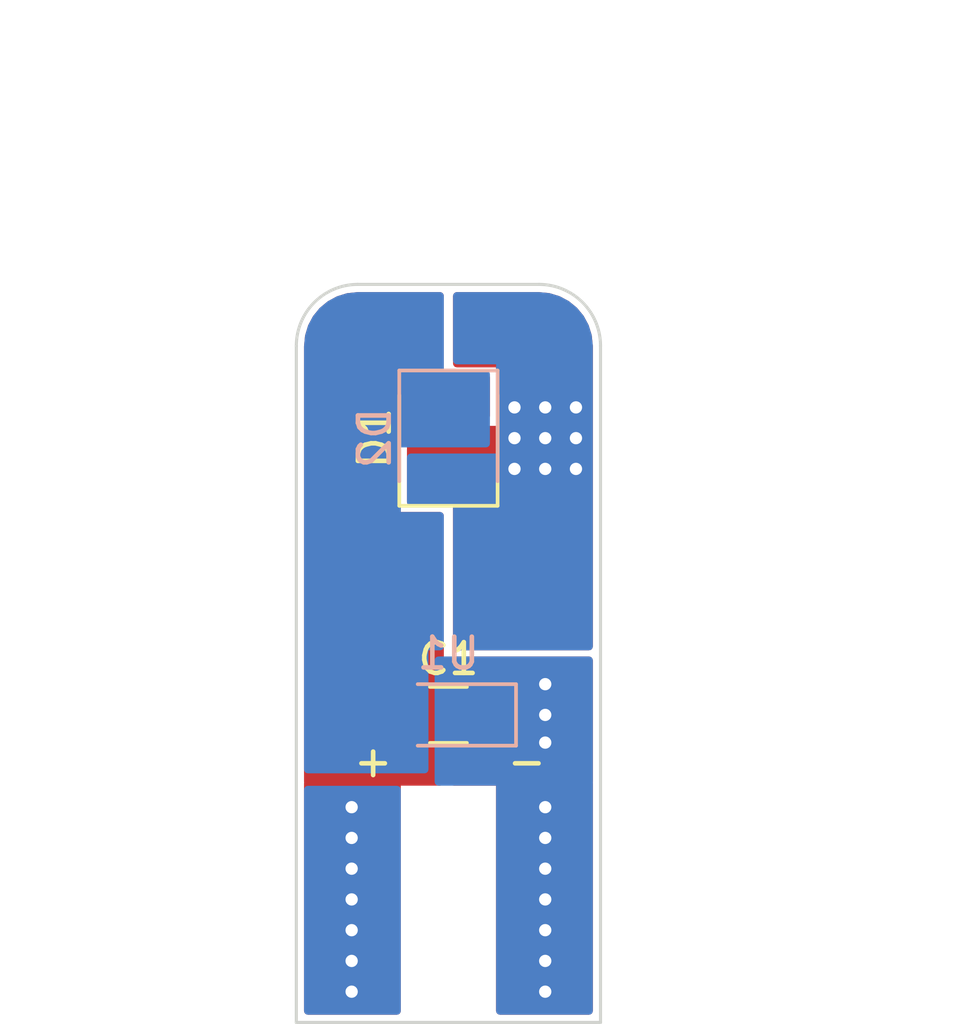
<source format=kicad_pcb>
(kicad_pcb (version 20171130) (host pcbnew "(5.1.5)-3")

  (general
    (thickness 1.6)
    (drawings 18)
    (tracks 26)
    (zones 0)
    (modules 4)
    (nets 5)
  )

  (page A4)
  (layers
    (0 F.Cu signal)
    (31 B.Cu signal)
    (32 B.Adhes user hide)
    (33 F.Adhes user hide)
    (34 B.Paste user hide)
    (35 F.Paste user hide)
    (36 B.SilkS user hide)
    (37 F.SilkS user hide)
    (38 B.Mask user)
    (39 F.Mask user hide)
    (40 Dwgs.User user hide)
    (41 Cmts.User user hide)
    (42 Eco1.User user)
    (43 Eco2.User user)
    (44 Edge.Cuts user)
    (45 Margin user)
    (46 B.CrtYd user)
    (47 F.CrtYd user)
    (48 B.Fab user hide)
    (49 F.Fab user hide)
  )

  (setup
    (last_trace_width 0.25)
    (trace_clearance 0.2)
    (zone_clearance 0.2)
    (zone_45_only no)
    (trace_min 0.2)
    (via_size 0.8)
    (via_drill 0.4)
    (via_min_size 0.4)
    (via_min_drill 0.3)
    (uvia_size 0.3)
    (uvia_drill 0.1)
    (uvias_allowed no)
    (uvia_min_size 0.2)
    (uvia_min_drill 0.1)
    (edge_width 0.1)
    (segment_width 0.2)
    (pcb_text_width 0.3)
    (pcb_text_size 1.5 1.5)
    (mod_edge_width 0.15)
    (mod_text_size 1 1)
    (mod_text_width 0.15)
    (pad_size 1.524 1.524)
    (pad_drill 0.762)
    (pad_to_mask_clearance 0)
    (aux_axis_origin 0 0)
    (visible_elements 7FFFFFFF)
    (pcbplotparams
      (layerselection 0x010fc_ffffffff)
      (usegerberextensions false)
      (usegerberattributes false)
      (usegerberadvancedattributes false)
      (creategerberjobfile false)
      (excludeedgelayer true)
      (linewidth 0.100000)
      (plotframeref false)
      (viasonmask false)
      (mode 1)
      (useauxorigin false)
      (hpglpennumber 1)
      (hpglpenspeed 20)
      (hpglpendiameter 15.000000)
      (psnegative false)
      (psa4output false)
      (plotreference true)
      (plotvalue true)
      (plotinvisibletext false)
      (padsonsilk false)
      (subtractmaskfromsilk false)
      (outputformat 1)
      (mirror false)
      (drillshape 1)
      (scaleselection 1)
      (outputdirectory ""))
  )

  (net 0 "")
  (net 1 +12V)
  (net 2 GND)
  (net 3 "Net-(D1-Pad1)")
  (net 4 "Net-(D2-Pad1)")

  (net_class Default "This is the default net class."
    (clearance 0.2)
    (trace_width 0.25)
    (via_dia 0.8)
    (via_drill 0.4)
    (uvia_dia 0.3)
    (uvia_drill 0.1)
    (add_net +12V)
    (add_net GND)
    (add_net "Net-(D1-Pad1)")
    (add_net "Net-(D2-Pad1)")
  )

  (module LED_SMD:LED_PLCC_2835 (layer B.Cu) (tedit 5C652239) (tstamp 5E7869F7)
    (at 114.95 76 270)
    (descr https://www.luckylight.cn/media/component/data-sheet/R2835BC-B2M-M10.pdf)
    (tags LED)
    (path /5E785C2B)
    (attr smd)
    (fp_text reference D2 (at 0 2.4 90) (layer B.SilkS)
      (effects (font (size 1 1) (thickness 0.15)) (justify mirror))
    )
    (fp_text value LED (at 0 -2.475 90) (layer B.Fab)
      (effects (font (size 1 1) (thickness 0.15)) (justify mirror))
    )
    (fp_line (start -1.05 1.4) (end -1.75 0.7) (layer B.Fab) (width 0.1))
    (fp_line (start -2.2 1.6) (end -2.2 -1.6) (layer B.SilkS) (width 0.12))
    (fp_text user %R (at 0 0 90) (layer B.Fab)
      (effects (font (size 0.9 0.9) (thickness 0.135)) (justify mirror))
    )
    (fp_line (start 1.75 -1.4) (end -1.75 -1.4) (layer B.Fab) (width 0.1))
    (fp_line (start -1.75 -1.4) (end -1.75 0.7) (layer B.Fab) (width 0.1))
    (fp_line (start -1.05 1.4) (end 1.75 1.4) (layer B.Fab) (width 0.1))
    (fp_line (start 1.75 1.4) (end 1.75 -1.4) (layer B.Fab) (width 0.1))
    (fp_line (start 1.4 -1.6) (end -2.2 -1.6) (layer B.SilkS) (width 0.12))
    (fp_line (start 1.4 1.6) (end -2.2 1.6) (layer B.SilkS) (width 0.12))
    (fp_line (start 2.25 -1.65) (end -2.25 -1.65) (layer B.CrtYd) (width 0.05))
    (fp_line (start -2.25 -1.65) (end -2.25 1.65) (layer B.CrtYd) (width 0.05))
    (fp_line (start -2.25 1.65) (end 2.25 1.65) (layer B.CrtYd) (width 0.05))
    (fp_line (start 2.25 1.65) (end 2.25 -1.65) (layer B.CrtYd) (width 0.05))
    (pad 2 smd rect (at 1.375 0 270) (size 1.25 2.2) (layers B.Cu B.Paste B.Mask)
      (net 3 "Net-(D1-Pad1)"))
    (pad 1 smd rect (at -0.9 0 270) (size 2.2 2.2) (layers B.Cu B.Paste B.Mask)
      (net 4 "Net-(D2-Pad1)"))
    (model D:/Dropbox/Kicad/libraries/3d_smd_leds/luxeon_2835.wrl
      (at (xyz 0 0 0))
      (scale (xyz 1 1 1))
      (rotate (xyz 0 0 0))
    )
  )

  (module LED_SMD:LED_PLCC_2835 (layer F.Cu) (tedit 5C652239) (tstamp 5E7B2B0E)
    (at 114.95 76 90)
    (descr https://www.luckylight.cn/media/component/data-sheet/R2835BC-B2M-M10.pdf)
    (tags LED)
    (path /5E785107)
    (attr smd)
    (fp_text reference D1 (at 0 -2.4 90) (layer F.SilkS)
      (effects (font (size 1 1) (thickness 0.15)))
    )
    (fp_text value LED (at 0 2.475 90) (layer F.Fab)
      (effects (font (size 1 1) (thickness 0.15)))
    )
    (fp_line (start -1.05 -1.4) (end -1.75 -0.7) (layer F.Fab) (width 0.1))
    (fp_line (start -2.2 -1.6) (end -2.2 1.6) (layer F.SilkS) (width 0.12))
    (fp_text user %R (at 0 0 90) (layer F.Fab)
      (effects (font (size 0.9 0.9) (thickness 0.135)))
    )
    (fp_line (start 1.75 1.4) (end -1.75 1.4) (layer F.Fab) (width 0.1))
    (fp_line (start -1.75 1.4) (end -1.75 -0.7) (layer F.Fab) (width 0.1))
    (fp_line (start -1.05 -1.4) (end 1.75 -1.4) (layer F.Fab) (width 0.1))
    (fp_line (start 1.75 -1.4) (end 1.75 1.4) (layer F.Fab) (width 0.1))
    (fp_line (start 1.4 1.6) (end -2.2 1.6) (layer F.SilkS) (width 0.12))
    (fp_line (start 1.4 -1.6) (end -2.2 -1.6) (layer F.SilkS) (width 0.12))
    (fp_line (start 2.25 1.65) (end -2.25 1.65) (layer F.CrtYd) (width 0.05))
    (fp_line (start -2.25 1.65) (end -2.25 -1.65) (layer F.CrtYd) (width 0.05))
    (fp_line (start -2.25 -1.65) (end 2.25 -1.65) (layer F.CrtYd) (width 0.05))
    (fp_line (start 2.25 -1.65) (end 2.25 1.65) (layer F.CrtYd) (width 0.05))
    (pad 2 smd rect (at 1.375 0 90) (size 1.25 2.2) (layers F.Cu F.Paste F.Mask)
      (net 1 +12V))
    (pad 1 smd rect (at -0.9 0 90) (size 2.2 2.2) (layers F.Cu F.Paste F.Mask)
      (net 3 "Net-(D1-Pad1)"))
    (model D:/Dropbox/Kicad/libraries/3d_smd_leds/luxeon_2835.wrl
      (at (xyz 0 0 0))
      (scale (xyz 1 1 1))
      (rotate (xyz 0 0 0))
    )
  )

  (module Capacitor_SMD:C_1206_3216Metric (layer F.Cu) (tedit 5B301BBE) (tstamp 5E7869A7)
    (at 114.95 85)
    (descr "Capacitor SMD 1206 (3216 Metric), square (rectangular) end terminal, IPC_7351 nominal, (Body size source: http://www.tortai-tech.com/upload/download/2011102023233369053.pdf), generated with kicad-footprint-generator")
    (tags capacitor)
    (path /5E789C24)
    (attr smd)
    (fp_text reference C1 (at 0 -1.82) (layer F.SilkS)
      (effects (font (size 1 1) (thickness 0.15)))
    )
    (fp_text value "4.7uF 50V" (at 0 1.82) (layer F.Fab)
      (effects (font (size 1 1) (thickness 0.15)))
    )
    (fp_line (start -1.6 0.8) (end -1.6 -0.8) (layer F.Fab) (width 0.1))
    (fp_line (start -1.6 -0.8) (end 1.6 -0.8) (layer F.Fab) (width 0.1))
    (fp_line (start 1.6 -0.8) (end 1.6 0.8) (layer F.Fab) (width 0.1))
    (fp_line (start 1.6 0.8) (end -1.6 0.8) (layer F.Fab) (width 0.1))
    (fp_line (start -0.602064 -0.91) (end 0.602064 -0.91) (layer F.SilkS) (width 0.12))
    (fp_line (start -0.602064 0.91) (end 0.602064 0.91) (layer F.SilkS) (width 0.12))
    (fp_line (start -2.28 1.12) (end -2.28 -1.12) (layer F.CrtYd) (width 0.05))
    (fp_line (start -2.28 -1.12) (end 2.28 -1.12) (layer F.CrtYd) (width 0.05))
    (fp_line (start 2.28 -1.12) (end 2.28 1.12) (layer F.CrtYd) (width 0.05))
    (fp_line (start 2.28 1.12) (end -2.28 1.12) (layer F.CrtYd) (width 0.05))
    (fp_text user %R (at 0.194999 3.204999) (layer F.Fab)
      (effects (font (size 0.8 0.8) (thickness 0.12)))
    )
    (pad 1 smd roundrect (at -1.4 0) (size 1.25 1.75) (layers F.Cu F.Paste F.Mask) (roundrect_rratio 0.2)
      (net 1 +12V))
    (pad 2 smd roundrect (at 1.4 0) (size 1.25 1.75) (layers F.Cu F.Paste F.Mask) (roundrect_rratio 0.2)
      (net 2 GND))
    (model ${KISYS3DMOD}/Capacitor_SMD.3dshapes/C_1206_3216Metric.wrl
      (at (xyz 0 0 0))
      (scale (xyz 1 1 1))
      (rotate (xyz 0 0 0))
    )
  )

  (module Diode_SMD:D_PowerDI-123 (layer B.Cu) (tedit 588FC24C) (tstamp 5E7B2898)
    (at 114.95 85 180)
    (descr http://www.diodes.com/_files/datasheets/ds30497.pdf)
    (tags "PowerDI diode vishay")
    (path /5E78B04E)
    (attr smd)
    (fp_text reference U1 (at 0 2) (layer B.SilkS)
      (effects (font (size 1 1) (thickness 0.15)) (justify mirror))
    )
    (fp_text value AL5809 (at 0 -2.5) (layer B.Fab)
      (effects (font (size 1 1) (thickness 0.15)) (justify mirror))
    )
    (fp_text user %R (at 0 2) (layer B.Fab)
      (effects (font (size 1 1) (thickness 0.15)) (justify mirror))
    )
    (fp_line (start 0.3 0) (end 0.7 0) (layer B.Fab) (width 0.1))
    (fp_line (start 0.3 0.5) (end -0.5 0) (layer B.Fab) (width 0.1))
    (fp_line (start 0.3 -0.5) (end 0.3 0.5) (layer B.Fab) (width 0.1))
    (fp_line (start -0.5 0) (end 0.3 -0.5) (layer B.Fab) (width 0.1))
    (fp_line (start -0.5 0) (end -0.5 -0.5) (layer B.Fab) (width 0.1))
    (fp_line (start -0.5 0) (end -0.5 0.5) (layer B.Fab) (width 0.1))
    (fp_line (start -0.8 0) (end -0.5 0) (layer B.Fab) (width 0.1))
    (fp_line (start -1.4 -0.9) (end -1.4 0.9) (layer B.Fab) (width 0.1))
    (fp_line (start 1.4 -0.9) (end -1.4 -0.9) (layer B.Fab) (width 0.1))
    (fp_line (start 1.4 0.9) (end 1.4 -0.9) (layer B.Fab) (width 0.1))
    (fp_line (start -1.4 0.9) (end 1.4 0.9) (layer B.Fab) (width 0.1))
    (fp_line (start 2.5 -1.3) (end -2.5 -1.3) (layer B.CrtYd) (width 0.05))
    (fp_line (start 2.5 1.3) (end 2.5 -1.3) (layer B.CrtYd) (width 0.05))
    (fp_line (start -2.5 1.3) (end 2.5 1.3) (layer B.CrtYd) (width 0.05))
    (fp_line (start -2.5 -1.3) (end -2.5 1.3) (layer B.CrtYd) (width 0.05))
    (fp_line (start 1 1) (end -2.2 1) (layer B.SilkS) (width 0.12))
    (fp_line (start -2.2 -1) (end 1 -1) (layer B.SilkS) (width 0.12))
    (fp_line (start -2.2 -1) (end -2.2 1) (layer B.SilkS) (width 0.12))
    (pad 1 smd rect (at -0.85 0) (size 2.4 1.5) (layers B.Cu B.Paste B.Mask)
      (net 2 GND))
    (pad 2 smd rect (at 1.525 0) (size 1.05 1.5) (layers B.Cu B.Paste B.Mask)
      (net 4 "Net-(D2-Pad1)"))
    (model ${KISYS3DMOD}/Diode_SMD.3dshapes/D_PowerDI-123.wrl
      (at (xyz 0 0 0))
      (scale (xyz 1 1 1))
      (rotate (xyz 0 0 0))
    )
  )

  (gr_poly (pts (xy 119.7 94.8) (xy 116.5 94.8) (xy 116.5 87.3) (xy 119.7 87.3)) (layer F.Mask) (width 0.1))
  (gr_poly (pts (xy 113.4 94.8) (xy 110.2 94.8) (xy 110.2 87.3) (xy 113.4 87.3)) (layer F.Mask) (width 0.1))
  (gr_poly (pts (xy 119.7 94.8) (xy 116.5 94.8) (xy 116.5 87.3) (xy 119.7 87.3)) (layer B.Mask) (width 0.1) (tstamp 5E7B4D06))
  (gr_poly (pts (xy 113.4 94.8) (xy 110.2 94.8) (xy 110.2 87.3) (xy 113.4 87.3)) (layer B.Mask) (width 0.1))
  (gr_line (start 117.9 71) (end 112 71) (layer Edge.Cuts) (width 0.1) (tstamp 5E7B3F12))
  (gr_line (start 119.9 95) (end 119.9 73) (layer Edge.Cuts) (width 0.1) (tstamp 5E7B3F0B))
  (gr_line (start 110 73) (end 110 95) (layer Edge.Cuts) (width 0.1) (tstamp 5E7B3F00))
  (gr_arc (start 117.9 73) (end 119.9 73) (angle -90) (layer Edge.Cuts) (width 0.1))
  (gr_arc (start 112 73) (end 112 71) (angle -90) (layer Edge.Cuts) (width 0.1))
  (gr_text "FR4, 2.0mm thickness, 2oz copper, ENIG" (at 116.1 62.6) (layer Eco1.User)
    (effects (font (size 1 1) (thickness 0.15)))
  )
  (gr_text "-\n" (at 117.5 86.5) (layer F.SilkS)
    (effects (font (size 1 1) (thickness 0.15)))
  )
  (gr_text + (at 112.5 86.5) (layer F.SilkS)
    (effects (font (size 1 1) (thickness 0.15)))
  )
  (dimension 9.9 (width 0.15) (layer Eco1.User)
    (gr_text "9.900 mm" (at 114.95 65.6) (layer Eco1.User)
      (effects (font (size 1 1) (thickness 0.15)))
    )
    (feature1 (pts (xy 119.9 71) (xy 119.9 66.313579)))
    (feature2 (pts (xy 110 71) (xy 110 66.313579)))
    (crossbar (pts (xy 110 66.9) (xy 119.9 66.9)))
    (arrow1a (pts (xy 119.9 66.9) (xy 118.773496 67.486421)))
    (arrow1b (pts (xy 119.9 66.9) (xy 118.773496 66.313579)))
    (arrow2a (pts (xy 110 66.9) (xy 111.126504 67.486421)))
    (arrow2b (pts (xy 110 66.9) (xy 111.126504 66.313579)))
  )
  (dimension 24 (width 0.15) (layer Eco1.User)
    (gr_text "24.000 mm" (at 105.1 83 90) (layer Eco1.User)
      (effects (font (size 1 1) (thickness 0.15)))
    )
    (feature1 (pts (xy 110 71) (xy 105.813579 71)))
    (feature2 (pts (xy 110 95) (xy 105.813579 95)))
    (crossbar (pts (xy 106.4 95) (xy 106.4 71)))
    (arrow1a (pts (xy 106.4 71) (xy 106.986421 72.126504)))
    (arrow1b (pts (xy 106.4 71) (xy 105.813579 72.126504)))
    (arrow2a (pts (xy 106.4 95) (xy 106.986421 93.873496)))
    (arrow2b (pts (xy 106.4 95) (xy 105.813579 93.873496)))
  )
  (gr_line (start 110 87.3) (end 119.9 87.3) (layer Eco1.User) (width 0.01))
  (gr_line (start 114.95 71) (end 114.95 95) (layer Eco1.User) (width 0.01))
  (gr_line (start 110 76) (end 119.9 76) (layer Eco1.User) (width 0.01))
  (gr_line (start 119.9 95) (end 110 95) (layer Edge.Cuts) (width 0.1) (tstamp 5E7B1AEB))

  (via (at 111.8 94) (size 0.8) (drill 0.4) (layers F.Cu B.Cu) (net 1))
  (via (at 111.8 93) (size 0.8) (drill 0.4) (layers F.Cu B.Cu) (net 1))
  (via (at 111.8 92) (size 0.8) (drill 0.4) (layers F.Cu B.Cu) (net 1))
  (via (at 111.8 91) (size 0.8) (drill 0.4) (layers F.Cu B.Cu) (net 1))
  (via (at 111.8 90) (size 0.8) (drill 0.4) (layers F.Cu B.Cu) (net 1))
  (via (at 111.8 89) (size 0.8) (drill 0.4) (layers F.Cu B.Cu) (net 1))
  (via (at 111.8 88) (size 0.8) (drill 0.4) (layers F.Cu B.Cu) (net 1))
  (via (at 118.1 94) (size 0.8) (drill 0.4) (layers F.Cu B.Cu) (net 2))
  (via (at 118.1 93) (size 0.8) (drill 0.4) (layers F.Cu B.Cu) (net 2))
  (via (at 118.1 92) (size 0.8) (drill 0.4) (layers F.Cu B.Cu) (net 2))
  (via (at 118.1 91) (size 0.8) (drill 0.4) (layers F.Cu B.Cu) (net 2))
  (via (at 118.1 90) (size 0.8) (drill 0.4) (layers F.Cu B.Cu) (net 2))
  (via (at 118.1 89) (size 0.8) (drill 0.4) (layers F.Cu B.Cu) (net 2))
  (via (at 118.1 88) (size 0.8) (drill 0.4) (layers F.Cu B.Cu) (net 2))
  (via (at 118.1 85.9) (size 0.8) (drill 0.4) (layers F.Cu B.Cu) (net 2))
  (via (at 118.1 85) (size 0.8) (drill 0.4) (layers F.Cu B.Cu) (net 2))
  (via (at 118.1 84) (size 0.8) (drill 0.4) (layers F.Cu B.Cu) (net 2))
  (via (at 117.1 77) (size 0.8) (drill 0.4) (layers F.Cu B.Cu) (net 3))
  (via (at 118.1 77) (size 0.8) (drill 0.4) (layers F.Cu B.Cu) (net 3))
  (via (at 119.1 77) (size 0.8) (drill 0.4) (layers F.Cu B.Cu) (net 3))
  (via (at 119.1 76) (size 0.8) (drill 0.4) (layers F.Cu B.Cu) (net 3))
  (via (at 118.1 76) (size 0.8) (drill 0.4) (layers F.Cu B.Cu) (net 3))
  (via (at 117.1 76) (size 0.8) (drill 0.4) (layers F.Cu B.Cu) (net 3))
  (via (at 117.1 75) (size 0.8) (drill 0.4) (layers F.Cu B.Cu) (net 3))
  (via (at 118.1 75) (size 0.8) (drill 0.4) (layers F.Cu B.Cu) (net 3))
  (via (at 119.1 75) (size 0.8) (drill 0.4) (layers F.Cu B.Cu) (net 3))

  (zone (net 1) (net_name +12V) (layer F.Cu) (tstamp 0) (hatch full 0.508)
    (connect_pads yes (clearance 0.2))
    (min_thickness 0.254)
    (fill yes (arc_segments 32) (thermal_gap 0.508) (thermal_bridge_width 0.508))
    (polygon
      (pts
        (xy 113.4 94.8) (xy 110.2 94.8) (xy 110.2 87.1) (xy 113.4 87.1)
      )
    )
    (filled_polygon
      (pts
        (xy 113.273 94.623) (xy 110.377 94.623) (xy 110.377 87.227) (xy 113.273 87.227)
      )
    )
  )
  (zone (net 2) (net_name GND) (layer F.Cu) (tstamp 5E7B3BF0) (hatch full 0.508)
    (connect_pads yes (clearance 0.2))
    (min_thickness 0.254)
    (fill yes (arc_segments 32) (thermal_gap 0.508) (thermal_bridge_width 0.508))
    (polygon
      (pts
        (xy 119.7 94.80955) (xy 116.5 94.80955) (xy 116.5 87.1) (xy 119.7 87.1)
      )
    )
    (filled_polygon
      (pts
        (xy 119.523 94.623) (xy 116.627 94.623) (xy 116.627 87.227) (xy 119.523 87.227)
      )
    )
  )
  (zone (net 1) (net_name +12V) (layer B.Cu) (tstamp 5E7B23D1) (hatch full 0.508)
    (connect_pads yes (clearance 0.2))
    (min_thickness 0.254)
    (fill yes (arc_segments 32) (thermal_gap 0.508) (thermal_bridge_width 0.508))
    (polygon
      (pts
        (xy 113.4 94.805278) (xy 110.2 94.805278) (xy 110.2 87.305278) (xy 113.4 87.305278)
      )
    )
    (filled_polygon
      (pts
        (xy 113.273 94.623) (xy 110.377 94.623) (xy 110.377 87.432278) (xy 113.273 87.432278)
      )
    )
  )
  (zone (net 2) (net_name GND) (layer B.Cu) (tstamp 5E7B23EA) (hatch full 0.508)
    (connect_pads yes (clearance 0.2))
    (min_thickness 0.254)
    (fill yes (arc_segments 32) (thermal_gap 0.508) (thermal_bridge_width 0.508))
    (polygon
      (pts
        (xy 119.7 94.8) (xy 116.5 94.8) (xy 116.5 87.3) (xy 114.5 87.3) (xy 114.5 83.1)
        (xy 119.7 83.1)
      )
    )
    (filled_polygon
      (pts
        (xy 119.523 94.623) (xy 116.627 94.623) (xy 116.627 87.3) (xy 116.62456 87.275224) (xy 116.617333 87.251399)
        (xy 116.605597 87.229443) (xy 116.589803 87.210197) (xy 116.570557 87.194403) (xy 116.548601 87.182667) (xy 116.524776 87.17544)
        (xy 116.5 87.173) (xy 114.627 87.173) (xy 114.627 83.227) (xy 119.523001 83.227)
      )
    )
  )
  (zone (net 2) (net_name GND) (layer F.Cu) (tstamp 5E7B28D2) (hatch full 0.508)
    (connect_pads yes (clearance 0.2))
    (min_thickness 0.254)
    (fill yes (arc_segments 32) (thermal_gap 0.508) (thermal_bridge_width 0.508))
    (polygon
      (pts
        (xy 119.7 87.3) (xy 116.5 87.3) (xy 115 87.3) (xy 115 83.1) (xy 119.7 83.1)
      )
    )
    (filled_polygon
      (pts
        (xy 119.523 87.173) (xy 115.127 87.173) (xy 115.127 83.227) (xy 119.523001 83.227)
      )
    )
  )
  (zone (net 3) (net_name "Net-(D1-Pad1)") (layer B.Cu) (tstamp 0) (hatch full 0.508)
    (connect_pads yes (clearance 0.2))
    (min_thickness 0.254)
    (fill yes (arc_segments 32) (thermal_gap 0.508) (thermal_bridge_width 0.508))
    (polygon
      (pts
        (xy 119.7 82.9) (xy 115.1 82.9) (xy 115.1 78.2) (xy 113.6 78.2) (xy 113.6 76.5)
        (xy 116.5 76.5) (xy 116.5 73.6) (xy 115.1 73.6) (xy 115.1 71.2) (xy 119.7 71.2)
      )
    )
    (filled_polygon
      (pts
        (xy 118.214891 71.409684) (xy 118.517787 71.501133) (xy 118.797155 71.649676) (xy 119.042348 71.849651) (xy 119.244027 72.093438)
        (xy 119.394517 72.371764) (xy 119.488079 72.674013) (xy 119.523001 73.006273) (xy 119.523001 82.773) (xy 115.227 82.773)
        (xy 115.227 78.2) (xy 115.22456 78.175224) (xy 115.217333 78.151399) (xy 115.205597 78.129443) (xy 115.189803 78.110197)
        (xy 115.170557 78.094403) (xy 115.148601 78.082667) (xy 115.124776 78.07544) (xy 115.1 78.073) (xy 113.727 78.073)
        (xy 113.727 76.627) (xy 116.5 76.627) (xy 116.524776 76.62456) (xy 116.548601 76.617333) (xy 116.570557 76.605597)
        (xy 116.589803 76.589803) (xy 116.605597 76.570557) (xy 116.617333 76.548601) (xy 116.62456 76.524776) (xy 116.627 76.5)
        (xy 116.627 73.6) (xy 116.62456 73.575224) (xy 116.617333 73.551399) (xy 116.605597 73.529443) (xy 116.589803 73.510197)
        (xy 116.570557 73.494403) (xy 116.548601 73.482667) (xy 116.524776 73.47544) (xy 116.5 73.473) (xy 115.227 73.473)
        (xy 115.227 71.377) (xy 117.881558 71.377)
      )
    )
  )
  (zone (net 4) (net_name "Net-(D2-Pad1)") (layer B.Cu) (tstamp 0) (hatch full 0.508)
    (connect_pads yes (clearance 0.2))
    (min_thickness 0.254)
    (fill yes (arc_segments 32) (thermal_gap 0.508) (thermal_bridge_width 0.508))
    (polygon
      (pts
        (xy 114.8 73.8) (xy 116.3 73.8) (xy 116.3 76.3) (xy 113.4 76.3) (xy 113.4 78.4)
        (xy 114.8 78.4) (xy 114.8 82.9) (xy 114.3 82.9) (xy 114.3 86.9) (xy 110.2 86.9)
        (xy 110.2 71.2) (xy 114.8 71.2)
      )
    )
    (filled_polygon
      (pts
        (xy 114.673 73.8) (xy 114.67544 73.824776) (xy 114.682667 73.848601) (xy 114.694403 73.870557) (xy 114.710197 73.889803)
        (xy 114.729443 73.905597) (xy 114.751399 73.917333) (xy 114.775224 73.92456) (xy 114.8 73.927) (xy 116.173 73.927)
        (xy 116.173 76.173) (xy 113.4 76.173) (xy 113.375224 76.17544) (xy 113.351399 76.182667) (xy 113.329443 76.194403)
        (xy 113.310197 76.210197) (xy 113.294403 76.229443) (xy 113.282667 76.251399) (xy 113.27544 76.275224) (xy 113.273 76.3)
        (xy 113.273 78.4) (xy 113.27544 78.424776) (xy 113.282667 78.448601) (xy 113.294403 78.470557) (xy 113.310197 78.489803)
        (xy 113.329443 78.505597) (xy 113.351399 78.517333) (xy 113.375224 78.52456) (xy 113.4 78.527) (xy 114.673 78.527)
        (xy 114.673 82.773) (xy 114.3 82.773) (xy 114.275224 82.77544) (xy 114.251399 82.782667) (xy 114.229443 82.794403)
        (xy 114.210197 82.810197) (xy 114.194403 82.829443) (xy 114.182667 82.851399) (xy 114.17544 82.875224) (xy 114.173 82.9)
        (xy 114.173 86.773) (xy 110.377 86.773) (xy 110.377 73.018442) (xy 110.409684 72.685109) (xy 110.501133 72.382213)
        (xy 110.649676 72.102845) (xy 110.849651 71.857652) (xy 111.093438 71.655973) (xy 111.371764 71.505483) (xy 111.674013 71.411921)
        (xy 112.006263 71.377) (xy 114.673 71.377)
      )
    )
  )
  (zone (net 1) (net_name +12V) (layer F.Cu) (tstamp 5EE00881) (hatch full 0.508)
    (connect_pads yes (clearance 0.2))
    (min_thickness 0.254)
    (fill yes (arc_segments 32) (thermal_gap 0.508) (thermal_bridge_width 0.508))
    (polygon
      (pts
        (xy 114.8 73.9) (xy 116.3 73.9) (xy 116.3 75.4) (xy 113.4 75.4) (xy 113.4 78.4)
        (xy 114.8 78.4) (xy 114.8 87.3) (xy 110.2 87.3) (xy 110.2 71.2) (xy 114.8 71.2)
      )
    )
    (filled_polygon
      (pts
        (xy 114.673 73.9) (xy 114.67544 73.924776) (xy 114.682667 73.948601) (xy 114.694403 73.970557) (xy 114.710197 73.989803)
        (xy 114.729443 74.005597) (xy 114.751399 74.017333) (xy 114.775224 74.02456) (xy 114.8 74.027) (xy 116.173 74.027)
        (xy 116.173 75.273) (xy 113.4 75.273) (xy 113.375224 75.27544) (xy 113.351399 75.282667) (xy 113.329443 75.294403)
        (xy 113.310197 75.310197) (xy 113.294403 75.329443) (xy 113.282667 75.351399) (xy 113.27544 75.375224) (xy 113.273 75.4)
        (xy 113.273 78.4) (xy 113.27544 78.424776) (xy 113.282667 78.448601) (xy 113.294403 78.470557) (xy 113.310197 78.489803)
        (xy 113.329443 78.505597) (xy 113.351399 78.517333) (xy 113.375224 78.52456) (xy 113.4 78.527) (xy 114.673 78.527)
        (xy 114.673 87.173) (xy 110.377 87.173) (xy 110.377 73.018442) (xy 110.409684 72.685109) (xy 110.501133 72.382213)
        (xy 110.649676 72.102845) (xy 110.849651 71.857652) (xy 111.093438 71.655973) (xy 111.371764 71.505483) (xy 111.674013 71.411921)
        (xy 112.006263 71.377) (xy 114.673 71.377)
      )
    )
  )
  (zone (net 3) (net_name "Net-(D1-Pad1)") (layer F.Cu) (tstamp 0) (hatch full 0.508)
    (connect_pads yes (clearance 0.2))
    (min_thickness 0.254)
    (fill yes (arc_segments 32) (thermal_gap 0.508) (thermal_bridge_width 0.508))
    (polygon
      (pts
        (xy 119.7 82.9) (xy 115.1 82.9) (xy 115.1 78.2) (xy 113.6 78.2) (xy 113.6 75.6)
        (xy 116.5 75.6) (xy 116.5 73.7) (xy 115.1 73.7) (xy 115.1 71.2) (xy 119.7 71.2)
      )
    )
    (filled_polygon
      (pts
        (xy 118.214891 71.409684) (xy 118.517787 71.501133) (xy 118.797155 71.649676) (xy 119.042348 71.849651) (xy 119.244027 72.093438)
        (xy 119.394517 72.371764) (xy 119.488079 72.674013) (xy 119.523001 73.006273) (xy 119.523001 82.773) (xy 115.227 82.773)
        (xy 115.227 78.2) (xy 115.22456 78.175224) (xy 115.217333 78.151399) (xy 115.205597 78.129443) (xy 115.189803 78.110197)
        (xy 115.170557 78.094403) (xy 115.148601 78.082667) (xy 115.124776 78.07544) (xy 115.1 78.073) (xy 113.727 78.073)
        (xy 113.727 75.727) (xy 116.5 75.727) (xy 116.524776 75.72456) (xy 116.548601 75.717333) (xy 116.570557 75.705597)
        (xy 116.589803 75.689803) (xy 116.605597 75.670557) (xy 116.617333 75.648601) (xy 116.62456 75.624776) (xy 116.627 75.6)
        (xy 116.627 73.7) (xy 116.62456 73.675224) (xy 116.617333 73.651399) (xy 116.605597 73.629443) (xy 116.589803 73.610197)
        (xy 116.570557 73.594403) (xy 116.548601 73.582667) (xy 116.524776 73.57544) (xy 116.5 73.573) (xy 115.227 73.573)
        (xy 115.227 71.377) (xy 117.881558 71.377)
      )
    )
  )
)

</source>
